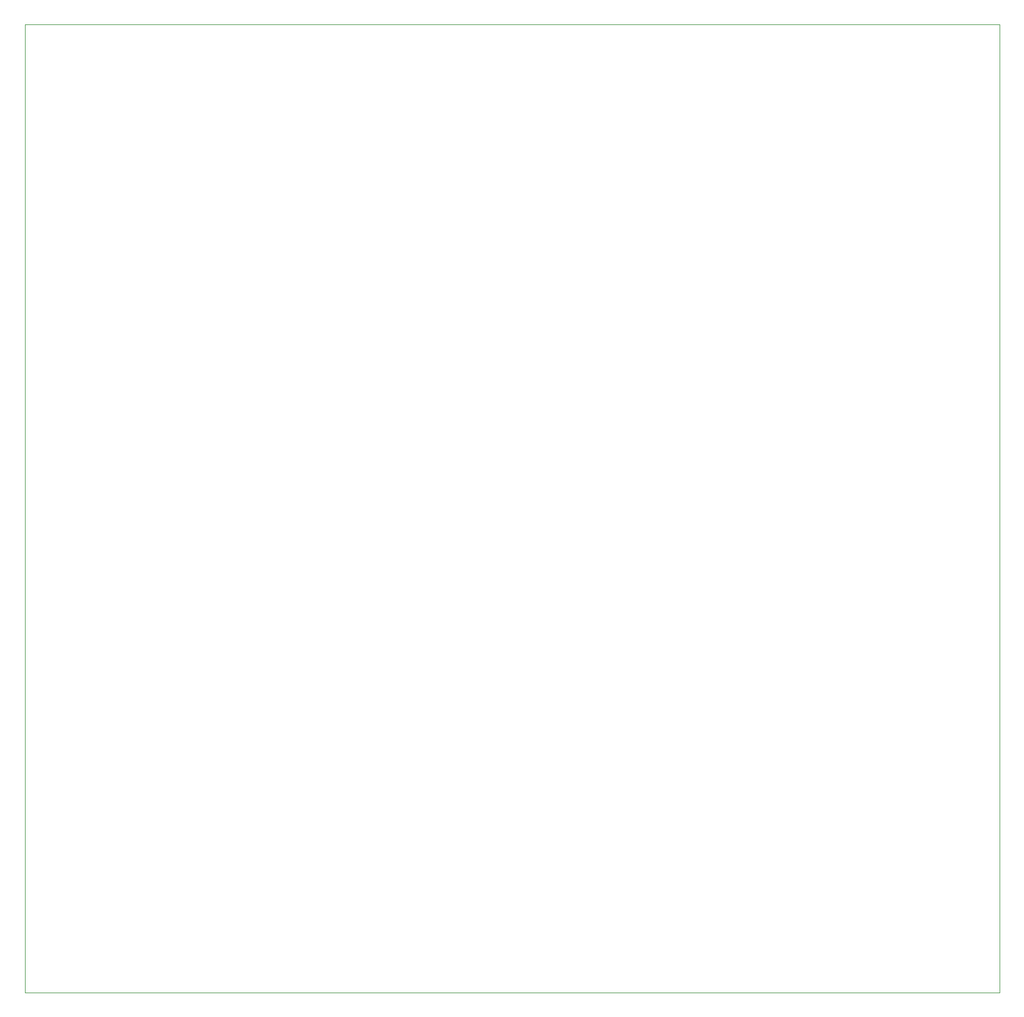
<source format=gm1>
G04 #@! TF.GenerationSoftware,KiCad,Pcbnew,7.0.8*
G04 #@! TF.CreationDate,2023-12-11T18:28:00+01:00*
G04 #@! TF.ProjectId,stm_bob,73746d5f-626f-4622-9e6b-696361645f70,rev?*
G04 #@! TF.SameCoordinates,Original*
G04 #@! TF.FileFunction,Profile,NP*
%FSLAX46Y46*%
G04 Gerber Fmt 4.6, Leading zero omitted, Abs format (unit mm)*
G04 Created by KiCad (PCBNEW 7.0.8) date 2023-12-11 18:28:00*
%MOMM*%
%LPD*%
G01*
G04 APERTURE LIST*
G04 #@! TA.AperFunction,Profile*
%ADD10C,0.100000*%
G04 #@! TD*
G04 APERTURE END LIST*
D10*
X20000000Y-30000000D02*
X162000000Y-30000000D01*
X162000000Y-171000000D01*
X20000000Y-171000000D01*
X20000000Y-30000000D01*
M02*

</source>
